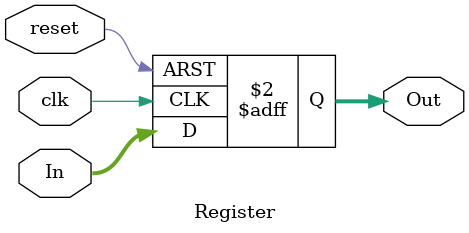
<source format=v>
module Register(Out, In, clk, reset);
	input clk, reset;
	input [31:0] In;
	output reg [31:0] Out;
	always @ (posedge clk, posedge reset)
	begin
		if(reset)
			Out <= 32'd0;
		else	
			Out <= In;
	end
endmodule
</source>
